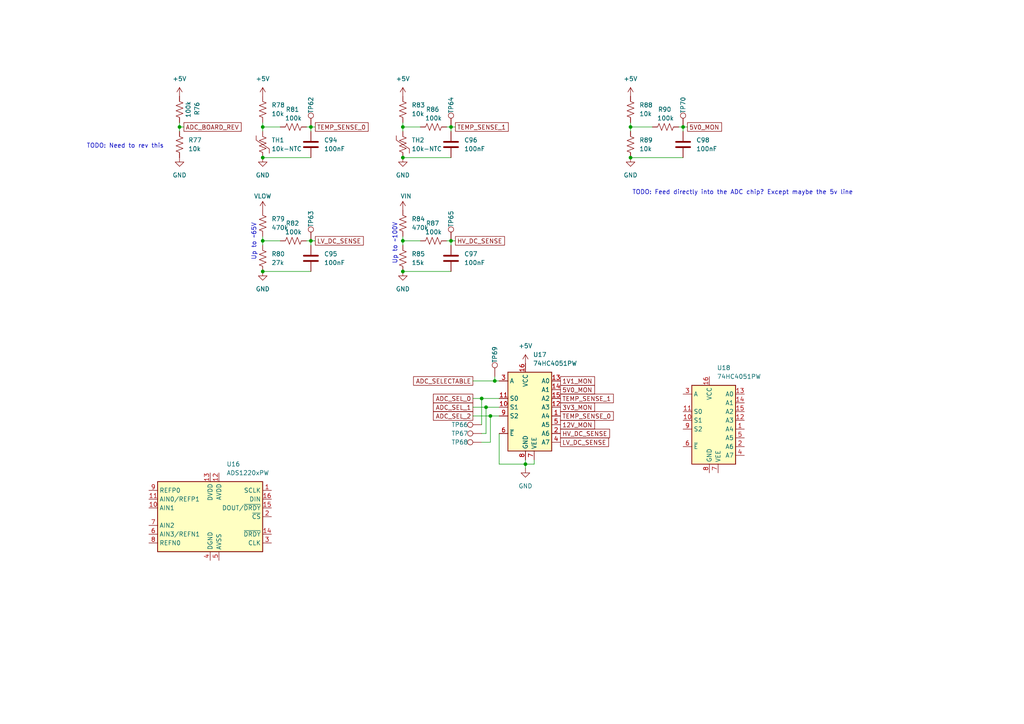
<source format=kicad_sch>
(kicad_sch (version 20250114) (generator "eeschema") (generator_version "9.0")
  (paper "A4")
  (lib_symbols
    (symbol "74xx:74HC4051"
      (property "Reference" "U" (at -5.08 11.43 0))
      (property "Value" "74HC4051" (at -7.62 -13.97 0))
      (symbol "74HC4051_0_1"
        (rectangle (start -5.08 10.16) (end 7.62 -12.7) (stroke (width 0.254)) (fill (type background)))
      )
      (symbol "74HC4051_1_1"
        (pin passive line (at -7.62 7.62 0) (length 2.54) (name "A") (number "3"))
        (pin input line (at -7.62 2.54 0) (length 2.54) (name "S0") (number "11"))
        (pin input line (at -7.62 0 0) (length 2.54) (name "S1") (number "10"))
        (pin input line (at -7.62 -2.54 0) (length 2.54) (name "S2") (number "9"))
        (pin input line (at -7.62 -7.62 0) (length 2.54) (name "~{E}") (number "6"))
        (pin power_in line (at 0 12.7 270) (length 2.54) (name "VCC") (number "16"))
        (pin power_in line (at 0 -15.24 90) (length 2.54) (name "GND") (number "8"))
        (pin power_in line (at 2.54 -15.24 90) (length 2.54) (name "VEE") (number "7"))
        (pin passive line (at 10.16 7.62 180) (length 2.54) (name "A0") (number "13"))
        (pin passive line (at 10.16 5.08 180) (length 2.54) (name "A1") (number "14"))
        (pin passive line (at 10.16 2.54 180) (length 2.54) (name "A2") (number "15"))
        (pin passive line (at 10.16 0 180) (length 2.54) (name "A3") (number "12"))
        (pin passive line (at 10.16 -2.54 180) (length 2.54) (name "A4") (number "1"))
        (pin passive line (at 10.16 -5.08 180) (length 2.54) (name "A5") (number "5"))
        (pin passive line (at 10.16 -7.62 180) (length 2.54) (name "A6") (number "2"))
        (pin passive line (at 10.16 -10.16 180) (length 2.54) (name "A7") (number "4"))
      )
    )
    (symbol "Analog_ADC:ADS1220xPW"
      (property "Reference" "U" (at -15.24 11.43 0))
      (property "Value" "ADS1220xPW" (at 6.35 11.43 0))
      (symbol "ADS1220xPW_0_1"
        (rectangle (start -15.24 10.16) (end 15.24 -10.16) (stroke (width 0.254)) (fill (type background)))
      )
      (symbol "ADS1220xPW_1_1"
        (pin input line (at -17.78 7.62 0) (length 2.54) (name "REFP0") (number "9"))
        (pin input line (at -17.78 5.08 0) (length 2.54) (name "AIN0/REFP1") (number "11"))
        (pin input line (at -17.78 2.54 0) (length 2.54) (name "AIN1") (number "10"))
        (pin input line (at -17.78 -2.54 0) (length 2.54) (name "AIN2") (number "7"))
        (pin input line (at -17.78 -5.08 0) (length 2.54) (name "AIN3/REFN1") (number "6"))
        (pin input line (at -17.78 -7.62 0) (length 2.54) (name "REFN0") (number "8"))
        (pin power_in line (at 0 12.7 270) (length 2.54) (name "DVDD") (number "13"))
        (pin power_in line (at 0 -12.7 90) (length 2.54) (name "DGND") (number "4"))
        (pin power_in line (at 2.54 12.7 270) (length 2.54) (name "AVDD") (number "12"))
        (pin power_in line (at 2.54 -12.7 90) (length 2.54) (name "AVSS") (number "5"))
        (pin input line (at 17.78 7.62 180) (length 2.54) (name "SCLK") (number "1"))
        (pin input line (at 17.78 5.08 180) (length 2.54) (name "DIN") (number "16"))
        (pin output line (at 17.78 2.54 180) (length 2.54) (name "DOUT/~{DRDY}") (number "15"))
        (pin input line (at 17.78 0 180) (length 2.54) (name "~{CS}") (number "2"))
        (pin output line (at 17.78 -5.08 180) (length 2.54) (name "~{DRDY}") (number "14"))
        (pin input line (at 17.78 -7.62 180) (length 2.54) (name "CLK") (number "3"))
      )
    )
    (symbol "Connector:TestPoint" (pin_numbers (hide yes)) (pin_names (offset 0.762) (hide yes))
      (property "Reference" "TP" (at 0 6.858 0))
      (property "Value" "TestPoint" (at 0 5.08 0))
      (symbol "TestPoint_0_1"
        (circle (center 0 3.302) (radius 0.762))
      )
      (symbol "TestPoint_1_1"
        (pin passive line (at 0 0 90) (length 2.54) (name "1") (number "1"))
      )
    )
    (symbol "Device:C" (pin_numbers (hide yes)) (pin_names (offset 0.254))
      (property "Reference" "C" (at 0.635 2.54 0))
      (property "Value" "C" (at 0.635 -2.54 0))
      (symbol "C_0_1"
        (polyline (pts (xy -2.032 0.762) (xy 2.032 0.762)) (stroke (width 0.508)))
        (polyline (pts (xy -2.032 -0.762) (xy 2.032 -0.762)) (stroke (width 0.508)))
      )
      (symbol "C_1_1"
        (pin passive line (at 0 3.81 270) (length 2.794) (name "~") (number "1"))
        (pin passive line (at 0 -3.81 90) (length 2.794) (name "~") (number "2"))
      )
    )
    (symbol "Device:R_US" (pin_numbers (hide yes)) (pin_names (offset 0))
      (property "Reference" "R" (at 2.54 0 90))
      (property "Value" "R_US" (at -2.54 0 90))
      (symbol "R_US_0_1"
        (polyline (pts (xy 0 2.286) (xy 0 2.54)))
        (polyline (pts (xy 0 2.286) (xy 1.016 1.905) (xy 0 1.524) (xy -1.016 1.143) (xy 0 0.762)))
        (polyline (pts (xy 0 0.762) (xy 1.016 0.381) (xy 0 0) (xy -1.016 -0.381) (xy 0 -0.762)))
        (polyline (pts (xy 0 -0.762) (xy 1.016 -1.143) (xy 0 -1.524) (xy -1.016 -1.905) (xy 0 -2.286)))
        (polyline (pts (xy 0 -2.286) (xy 0 -2.54)))
      )
      (symbol "R_US_1_1"
        (pin passive line (at 0 3.81 270) (length 1.27) (name "~") (number "1"))
        (pin passive line (at 0 -3.81 90) (length 1.27) (name "~") (number "2"))
      )
    )
    (symbol "Device:Thermistor_US" (pin_numbers (hide yes)) (pin_names (offset 0))
      (property "Reference" "TH" (at 2.54 1.27 90))
      (property "Value" "Thermistor_US" (at -2.54 0 90))
      (symbol "Thermistor_US_0_1"
        (polyline (pts (xy -1.905 2.54) (xy -1.905 1.27) (xy 1.905 -1.27)))
        (polyline (pts (xy 0 2.286) (xy 0 2.54)))
        (polyline (pts (xy 0 2.286) (xy 1.016 1.905) (xy 0 1.524) (xy -1.016 1.143) (xy 0 0.762)))
        (polyline (pts (xy 0 0.762) (xy 1.016 0.381) (xy 0 0) (xy -1.016 -0.381) (xy 0 -0.762)))
        (polyline (pts (xy 0 -0.762) (xy 1.016 -1.143) (xy 0 -1.524) (xy -1.016 -1.905) (xy 0 -2.286)))
        (polyline (pts (xy 0 -2.286) (xy 0 -2.54)))
        (polyline (pts (xy 1.905 -1.27) (xy 1.905 -2.54)))
      )
      (symbol "Thermistor_US_1_1"
        (pin passive line (at 0 3.81 270) (length 1.27) (name "~") (number "1"))
        (pin passive line (at 0 -3.81 90) (length 1.27) (name "~") (number "2"))
      )
    )
    (symbol "power:+5V" (power) (pin_names (offset 0))
      (property "Value" "+5V" (at 0 3.556 0))
      (symbol "+5V_0_1"
        (polyline (pts (xy -0.762 1.27) (xy 0 2.54)))
        (polyline (pts (xy 0 2.54) (xy 0.762 1.27)))
        (polyline (pts (xy 0 0) (xy 0 2.54)))
      )
      (symbol "+5V_1_1"
        (pin power_in line (at 0 0 90) (length 0) (hide yes) (name "+5V") (number "1"))
      )
    )
    (symbol "power:GND" (power) (pin_names (offset 0))
      (property "Value" "GND" (at 0 -3.81 0))
      (symbol "GND_0_1"
        (polyline (pts (xy 0 0) (xy 0 -1.27) (xy 1.27 -1.27) (xy 0 -2.54) (xy -1.27 -1.27) (xy 0 -1.27)))
      )
      (symbol "GND_1_1"
        (pin power_in line (at 0 0 270) (length 0) (hide yes) (name "GND") (number "1"))
      )
    )
    (symbol "power:VBUS" (power) (pin_names (offset 0))
      (property "Value" "VBUS" (at 0 3.81 0))
      (symbol "VBUS_0_1"
        (polyline (pts (xy -0.762 1.27) (xy 0 2.54)))
        (polyline (pts (xy 0 2.54) (xy 0.762 1.27)))
        (polyline (pts (xy 0 0) (xy 0 2.54)))
      )
      (symbol "VBUS_1_1"
        (pin power_in line (at 0 0 90) (length 0) (hide yes) (name "VBUS") (number "1"))
      )
    )
  )
  (text "Up to ~65V" (at 73.66 70.104 90) (effects (font (size 1.27 1.27))))
  (text "TODO: Need to rev this" (at 36.322 42.418 0) (effects (font (size 1.27 1.27))))
  (text "TODO: Feed directly into the ADC chip? Except maybe the 5v line" (at 215.392 55.88 0) (effects (font (size 1.27 1.27))))
  (text "Up to ~100V" (at 114.554 70.612 90) (effects (font (size 1.27 1.27))))
  (junction (at 52.07 36.83))
  (junction (at 143.51 110.49))
  (junction (at 76.2 36.83))
  (junction (at 76.2 45.72))
  (junction (at 152.4 134.62))
  (junction (at 130.81 69.85))
  (junction (at 182.88 45.72))
  (junction (at 139.7 115.57))
  (junction (at 130.81 36.83))
  (junction (at 140.97 118.11))
  (junction (at 142.24 120.65))
  (junction (at 116.84 78.74))
  (junction (at 76.2 69.85))
  (junction (at 116.84 69.85))
  (junction (at 198.12 36.83))
  (junction (at 116.84 36.83))
  (junction (at 76.2 78.74))
  (junction (at 90.17 36.83))
  (junction (at 116.84 45.72))
  (junction (at 182.88 36.83))
  (junction (at 90.17 69.85))
  (wire (pts (xy 137.16 118.11) (xy 140.97 118.11)))
  (wire (pts (xy 137.16 110.49) (xy 143.51 110.49)))
  (wire (pts (xy 140.97 125.73) (xy 140.97 118.11)))
  (wire (pts (xy 198.12 36.83) (xy 198.12 38.1)))
  (wire (pts (xy 116.84 36.83) (xy 116.84 38.1)))
  (wire (pts (xy 139.7 128.27) (xy 142.24 128.27)))
  (wire (pts (xy 130.81 36.83) (xy 130.81 38.1)))
  (wire (pts (xy 116.84 78.74) (xy 130.81 78.74)))
  (wire (pts (xy 90.17 36.83) (xy 90.17 38.1)))
  (wire (pts (xy 137.16 115.57) (xy 139.7 115.57)))
  (wire (pts (xy 152.4 133.35) (xy 152.4 134.62)))
  (wire (pts (xy 76.2 78.74) (xy 90.17 78.74)))
  (wire (pts (xy 88.9 69.85) (xy 90.17 69.85)))
  (wire (pts (xy 116.84 36.83) (xy 121.92 36.83)))
  (wire (pts (xy 76.2 45.72) (xy 90.17 45.72)))
  (wire (pts (xy 52.07 36.83) (xy 52.07 38.1)))
  (wire (pts (xy 129.54 69.85) (xy 130.81 69.85)))
  (wire (pts (xy 116.84 45.72) (xy 130.81 45.72)))
  (wire (pts (xy 198.12 36.83) (xy 199.39 36.83)))
  (wire (pts (xy 76.2 69.85) (xy 76.2 71.12)))
  (wire (pts (xy 143.51 110.49) (xy 144.78 110.49)))
  (wire (pts (xy 154.94 134.62) (xy 152.4 134.62)))
  (wire (pts (xy 76.2 36.83) (xy 81.28 36.83)))
  (wire (pts (xy 140.97 118.11) (xy 144.78 118.11)))
  (wire (pts (xy 129.54 36.83) (xy 130.81 36.83)))
  (wire (pts (xy 152.4 134.62) (xy 152.4 135.89)))
  (wire (pts (xy 142.24 120.65) (xy 144.78 120.65)))
  (wire (pts (xy 143.51 109.22) (xy 143.51 110.49)))
  (wire (pts (xy 139.7 115.57) (xy 144.78 115.57)))
  (wire (pts (xy 196.85 36.83) (xy 198.12 36.83)))
  (wire (pts (xy 130.81 36.83) (xy 132.08 36.83)))
  (wire (pts (xy 76.2 69.85) (xy 76.2 68.58)))
  (wire (pts (xy 130.81 69.85) (xy 130.81 71.12)))
  (wire (pts (xy 53.34 36.83) (xy 52.07 36.83)))
  (wire (pts (xy 139.7 123.19) (xy 139.7 115.57)))
  (wire (pts (xy 116.84 69.85) (xy 116.84 71.12)))
  (wire (pts (xy 90.17 69.85) (xy 90.17 71.12)))
  (wire (pts (xy 90.17 69.85) (xy 91.44 69.85)))
  (wire (pts (xy 52.07 36.83) (xy 52.07 35.56)))
  (wire (pts (xy 154.94 133.35) (xy 154.94 134.62)))
  (wire (pts (xy 116.84 35.56) (xy 116.84 36.83)))
  (wire (pts (xy 116.84 69.85) (xy 121.92 69.85)))
  (wire (pts (xy 144.78 134.62) (xy 152.4 134.62)))
  (wire (pts (xy 139.7 125.73) (xy 140.97 125.73)))
  (wire (pts (xy 182.88 36.83) (xy 182.88 38.1)))
  (wire (pts (xy 130.81 69.85) (xy 132.08 69.85)))
  (wire (pts (xy 76.2 69.85) (xy 81.28 69.85)))
  (wire (pts (xy 144.78 125.73) (xy 144.78 134.62)))
  (wire (pts (xy 90.17 36.83) (xy 91.44 36.83)))
  (wire (pts (xy 76.2 35.56) (xy 76.2 36.83)))
  (wire (pts (xy 137.16 120.65) (xy 142.24 120.65)))
  (wire (pts (xy 88.9 36.83) (xy 90.17 36.83)))
  (wire (pts (xy 76.2 36.83) (xy 76.2 38.1)))
  (wire (pts (xy 142.24 120.65) (xy 142.24 128.27)))
  (wire (pts (xy 189.23 36.83) (xy 182.88 36.83)))
  (wire (pts (xy 182.88 45.72) (xy 198.12 45.72)))
  (wire (pts (xy 116.84 68.58) (xy 116.84 69.85)))
  (wire (pts (xy 182.88 36.83) (xy 182.88 35.56)))
  (global_label "1V1_MON" (shape passive) (at 162.56 110.49 0) (property "Intersheetrefs" "${INTERSHEET_REFS}" (effects (hide yes))))
  (global_label "TEMP_SENSE_0" (shape passive) (at 91.44 36.83 0) (property "Intersheetrefs" "${INTERSHEET_REFS}" (effects (hide yes))))
  (global_label "TEMP_SENSE_1" (shape passive) (at 132.08 36.83 0) (property "Intersheetrefs" "${INTERSHEET_REFS}" (effects (hide yes))))
  (global_label "HV_DC_SENSE" (shape passive) (at 132.08 69.85 0) (property "Intersheetrefs" "${INTERSHEET_REFS}" (effects (hide yes))))
  (global_label "ADC_SEL_1" (shape passive) (at 137.16 118.11 180) (property "Intersheetrefs" "${INTERSHEET_REFS}" (effects (hide yes))))
  (global_label "HV_DC_SENSE" (shape passive) (at 162.56 125.73 0) (property "Intersheetrefs" "${INTERSHEET_REFS}" (effects (hide yes))))
  (global_label "5V0_MON" (shape passive) (at 162.56 113.03 0) (property "Intersheetrefs" "${INTERSHEET_REFS}" (effects (hide yes))))
  (global_label "3V3_MON" (shape passive) (at 162.56 118.11 0) (property "Intersheetrefs" "${INTERSHEET_REFS}" (effects (hide yes))))
  (global_label "TEMP_SENSE_1" (shape passive) (at 162.56 115.57 0) (property "Intersheetrefs" "${INTERSHEET_REFS}" (effects (hide yes))))
  (global_label "TEMP_SENSE_0" (shape passive) (at 162.56 120.65 0) (property "Intersheetrefs" "${INTERSHEET_REFS}" (effects (hide yes))))
  (global_label "5V0_MON" (shape passive) (at 199.39 36.83 0) (property "Intersheetrefs" "${INTERSHEET_REFS}" (effects (hide yes))))
  (global_label "ADC_SEL_0" (shape passive) (at 137.16 115.57 180) (property "Intersheetrefs" "${INTERSHEET_REFS}" (effects (hide yes))))
  (global_label "ADC_BOARD_REV" (shape passive) (at 53.34 36.83 0) (property "Intersheetrefs" "${INTERSHEET_REFS}" (effects (hide yes))))
  (global_label "ADC_SEL_2" (shape passive) (at 137.16 120.65 180) (property "Intersheetrefs" "${INTERSHEET_REFS}" (effects (hide yes))))
  (global_label "LV_DC_SENSE" (shape passive) (at 162.56 128.27 0) (property "Intersheetrefs" "${INTERSHEET_REFS}" (effects (hide yes))))
  (global_label "12V_MON" (shape passive) (at 162.56 123.19 0) (property "Intersheetrefs" "${INTERSHEET_REFS}" (effects (hide yes))))
  (global_label "ADC_SELECTABLE" (shape passive) (at 137.16 110.49 180) (property "Intersheetrefs" "${INTERSHEET_REFS}" (effects (hide yes))))
  (global_label "LV_DC_SENSE" (shape passive) (at 91.44 69.85 0) (property "Intersheetrefs" "${INTERSHEET_REFS}" (effects (hide yes))))
  (symbol (lib_id "Connector:TestPoint") (at 90.17 36.83 0) (unit 1)
    (property "Reference" "TP62" (at 90.17 30.48 90))
    (property "Value" "TestPoint" (effects (hide yes)))
    (property "Footprint" "TestPoint:TestPoint_Pad_D1.0mm" (effects (hide yes)))
    (property "Description" "test point" (effects (hide yes)))
    (property "LCSC" "N/A" (effects (hide yes)))
  )
  (symbol (lib_id "Connector:TestPoint") (at 139.7 128.27 90) (unit 1)
    (property "Reference" "TP68" (at 133.35 128.27 90))
    (property "Value" "TestPoint" (effects (hide yes)))
    (property "Footprint" "TestPoint:TestPoint_Pad_D1.0mm" (effects (hide yes)))
    (property "Description" "test point" (effects (hide yes)))
    (property "LCSC" "N/A" (effects (hide yes)))
  )
  (symbol (lib_id "Device:R_US") (at 116.84 64.77 180) (unit 1)
    (property "Reference" "R84" (at 119.38 63.4999 0) (effects (justify right)))
    (property "Value" "470k" (at 119.38 66.0399 0) (effects (justify right)))
    (property "Footprint" "Resistor_SMD:R_0805_2012Metric" (effects (hide yes)))
    (property "Description" "Resistor, US symbol" (effects (hide yes)))
    (property "LCSC" "C17709" (effects (hide yes)))
    (property "Digikey" "N/A" (effects (hide yes)))
  )
  (symbol (lib_id "Device:C") (at 130.81 41.91 0) (unit 1)
    (property "Reference" "C96" (at 134.62 40.6399 0) (effects (justify left)))
    (property "Value" "100nF" (at 134.62 43.1799 0) (effects (justify left)))
    (property "Footprint" "Capacitor_SMD:C_0603_1608Metric" (effects (hide yes)))
    (property "Description" "Unpolarized capacitor" (effects (hide yes)))
    (property "LCSC" "C14663" (effects (hide yes)))
    (property "Digikey" "N/A" (effects (hide yes)))
  )
  (symbol (lib_id "power:GND") (at 76.2 78.74 0) (unit 1)
    (property "Reference" "#PWR0162" (effects (hide yes)))
    (property "Value" "GND" (at 76.2 83.82 0))
    (property "Description" "Power symbol creates a global label with name \"GND\" , ground" (effects (hide yes)))
  )
  (symbol (lib_id "Device:R_US") (at 76.2 74.93 180) (unit 1)
    (property "Reference" "R80" (at 78.74 73.6599 0) (effects (justify right)))
    (property "Value" "27k" (at 78.74 76.1999 0) (effects (justify right)))
    (property "Footprint" "Resistor_SMD:R_0603_1608Metric" (effects (hide yes)))
    (property "Description" "Resistor, US symbol" (effects (hide yes)))
    (property "Digikey" "N/A" (effects (hide yes)))
    (property "LCSC" "C22967" (effects (hide yes)))
  )
  (symbol (lib_id "74xx:74HC4051") (at 205.74 121.92 0) (unit 1)
    (property "Reference" "U18" (at 207.9341 106.68 0) (effects (justify left)))
    (property "Value" "74HC4051PW" (at 207.9341 109.22 0) (effects (justify left)))
    (property "Footprint" "Package_SO:TSSOP-16_4.4x5mm_P0.65mm" (effects (hide yes)))
    (property "Datasheet" "http://www.ti.com/lit/ds/symlink/cd74hc4051.pdf" (effects (hide yes)))
    (property "Description" "8-channel analog multiplexer/demultiplexer, DIP-16/SOIC-16/TSSOP-16" (effects (hide yes)))
    (property "Digikey" "1727-3064-1-ND" (effects (hide yes)))
    (property "LCSC" "C19723805" (effects (hide yes)))
  )
  (symbol (lib_id "power:GND") (at 76.2 45.72 0) (unit 1)
    (property "Reference" "#PWR0160" (effects (hide yes)))
    (property "Value" "GND" (at 76.2 50.8 0))
    (property "Description" "Power symbol creates a global label with name \"GND\" , ground" (effects (hide yes)))
  )
  (symbol (lib_id "Device:C") (at 90.17 74.93 0) (unit 1)
    (property "Reference" "C95" (at 93.98 73.6599 0) (effects (justify left)))
    (property "Value" "100nF" (at 93.98 76.1999 0) (effects (justify left)))
    (property "Footprint" "Capacitor_SMD:C_0603_1608Metric" (effects (hide yes)))
    (property "Description" "Unpolarized capacitor" (effects (hide yes)))
    (property "LCSC" "C14663" (effects (hide yes)))
    (property "Digikey" "N/A" (effects (hide yes)))
  )
  (symbol (lib_id "Device:R_US") (at 52.07 31.75 0) (unit 1)
    (property "Reference" "R76" (at 57.15 31.496 90))
    (property "Value" "100k" (at 54.61 31.75 90))
    (property "Footprint" "Resistor_SMD:R_0603_1608Metric" (effects (hide yes)))
    (property "Description" "Resistor, US symbol" (effects (hide yes)))
    (property "LCSC" "C25803" (effects (hide yes)))
    (property "Digikey" "N/A" (effects (hide yes)))
  )
  (symbol (lib_id "power:VBUS") (at 116.84 60.96 0) (unit 1)
    (property "Reference" "#PWR0165" (effects (hide yes)))
    (property "Value" "VIN" (at 119.38 56.896 0) (effects (justify right)))
    (property "Description" "Power symbol creates a global label with name \"VBUS\"" (effects (hide yes)))
  )
  (symbol (lib_id "Device:R_US") (at 125.73 36.83 90) (unit 1)
    (property "Reference" "R86" (at 125.476 31.75 90))
    (property "Value" "100k" (at 125.73 34.29 90))
    (property "Footprint" "Resistor_SMD:R_0603_1608Metric" (effects (hide yes)))
    (property "Description" "Resistor, US symbol" (effects (hide yes)))
    (property "LCSC" "C25803" (effects (hide yes)))
    (property "Digikey" "N/A" (effects (hide yes)))
  )
  (symbol (lib_id "Device:R_US") (at 116.84 31.75 180) (unit 1)
    (property "Reference" "R83" (at 119.38 30.4799 0) (effects (justify right)))
    (property "Value" "10k" (at 119.38 33.0199 0) (effects (justify right)))
    (property "Footprint" "Resistor_SMD:R_0603_1608Metric" (effects (hide yes)))
    (property "Description" "Resistor, US symbol" (effects (hide yes)))
    (property "LCSC" "C25804" (effects (hide yes)))
    (property "Digikey" "N/A" (effects (hide yes)))
  )
  (symbol (lib_id "Device:Thermistor_US") (at 76.2 41.91 0) (unit 1)
    (property "Reference" "TH1" (at 78.74 40.6399 0) (effects (justify left)))
    (property "Value" "10k-NTC" (at 78.74 43.1799 0) (effects (justify left)))
    (property "Footprint" "Resistor_SMD:R_0402_1005Metric_Pad0.72x0.64mm_HandSolder" (effects (hide yes)))
    (property "Description" "Thermistor, temperature dependent resistor, US symbol" (effects (hide yes)))
    (property "Digikey" "445-2550-1-ND" (effects (hide yes)))
    (property "LCSC" "C333993" (effects (hide yes)))
  )
  (symbol (lib_id "Device:R_US") (at 182.88 41.91 180) (unit 1)
    (property "Reference" "R89" (at 185.42 40.6399 0) (effects (justify right)))
    (property "Value" "10k" (at 185.42 43.1799 0) (effects (justify right)))
    (property "Footprint" "Resistor_SMD:R_0603_1608Metric" (effects (hide yes)))
    (property "Description" "Resistor, US symbol" (effects (hide yes)))
    (property "LCSC" "C25804" (effects (hide yes)))
    (property "Digikey" "N/A" (effects (hide yes)))
  )
  (symbol (lib_id "Device:R_US") (at 76.2 31.75 180) (unit 1)
    (property "Reference" "R78" (at 78.74 30.4799 0) (effects (justify right)))
    (property "Value" "10k" (at 78.74 33.0199 0) (effects (justify right)))
    (property "Footprint" "Resistor_SMD:R_0603_1608Metric" (effects (hide yes)))
    (property "Description" "Resistor, US symbol" (effects (hide yes)))
    (property "LCSC" "C25804" (effects (hide yes)))
    (property "Digikey" "N/A" (effects (hide yes)))
  )
  (symbol (lib_id "Connector:TestPoint") (at 130.81 69.85 0) (unit 1)
    (property "Reference" "TP65" (at 130.81 63.5 90))
    (property "Value" "TestPoint" (effects (hide yes)))
    (property "Footprint" "TestPoint:TestPoint_Pad_D1.0mm" (effects (hide yes)))
    (property "Description" "test point" (effects (hide yes)))
    (property "LCSC" "N/A" (effects (hide yes)))
  )
  (symbol (lib_id "Device:R_US") (at 125.73 69.85 90) (unit 1)
    (property "Reference" "R87" (at 125.476 64.77 90))
    (property "Value" "100k" (at 125.73 67.31 90))
    (property "Footprint" "Resistor_SMD:R_0603_1608Metric" (effects (hide yes)))
    (property "Description" "Resistor, US symbol" (effects (hide yes)))
    (property "LCSC" "C25803" (effects (hide yes)))
    (property "Digikey" "N/A" (effects (hide yes)))
  )
  (symbol (lib_id "Connector:TestPoint") (at 90.17 69.85 0) (unit 1)
    (property "Reference" "TP63" (at 90.17 63.5 90))
    (property "Value" "TestPoint" (effects (hide yes)))
    (property "Footprint" "TestPoint:TestPoint_Pad_D1.0mm" (effects (hide yes)))
    (property "Description" "test point" (effects (hide yes)))
    (property "LCSC" "N/A" (effects (hide yes)))
  )
  (symbol (lib_id "74xx:74HC4051") (at 152.4 118.11 0) (unit 1)
    (property "Reference" "U17" (at 154.5941 102.87 0) (effects (justify left)))
    (property "Value" "74HC4051PW" (at 154.5941 105.41 0) (effects (justify left)))
    (property "Footprint" "Package_SO:TSSOP-16_4.4x5mm_P0.65mm" (effects (hide yes)))
    (property "Datasheet" "http://www.ti.com/lit/ds/symlink/cd74hc4051.pdf" (effects (hide yes)))
    (property "Description" "8-channel analog multiplexer/demultiplexer, DIP-16/SOIC-16/TSSOP-16" (effects (hide yes)))
    (property "Digikey" "1727-3064-1-ND" (effects (hide yes)))
    (property "LCSC" "C19723805" (effects (hide yes)))
  )
  (symbol (lib_id "Device:Thermistor_US") (at 116.84 41.91 0) (unit 1)
    (property "Reference" "TH2" (at 119.38 40.6399 0) (effects (justify left)))
    (property "Value" "10k-NTC" (at 119.38 43.1799 0) (effects (justify left)))
    (property "Footprint" "Resistor_SMD:R_0402_1005Metric_Pad0.72x0.64mm_HandSolder" (effects (hide yes)))
    (property "Description" "Thermistor, temperature dependent resistor, US symbol" (effects (hide yes)))
    (property "Digikey" "445-2550-1-ND" (effects (hide yes)))
    (property "LCSC" "C333993" (effects (hide yes)))
  )
  (symbol (lib_id "Device:C") (at 198.12 41.91 0) (unit 1)
    (property "Reference" "C98" (at 201.93 40.6399 0) (effects (justify left)))
    (property "Value" "100nF" (at 201.93 43.1799 0) (effects (justify left)))
    (property "Footprint" "Capacitor_SMD:C_0603_1608Metric" (effects (hide yes)))
    (property "Description" "Unpolarized capacitor" (effects (hide yes)))
    (property "LCSC" "C14663" (effects (hide yes)))
    (property "Digikey" "N/A" (effects (hide yes)))
  )
  (symbol (lib_id "Device:R_US") (at 85.09 36.83 90) (unit 1)
    (property "Reference" "R81" (at 84.836 31.75 90))
    (property "Value" "100k" (at 85.09 34.29 90))
    (property "Footprint" "Resistor_SMD:R_0603_1608Metric" (effects (hide yes)))
    (property "Description" "Resistor, US symbol" (effects (hide yes)))
    (property "LCSC" "C25803" (effects (hide yes)))
    (property "Digikey" "N/A" (effects (hide yes)))
  )
  (symbol (lib_id "Connector:TestPoint") (at 139.7 125.73 90) (unit 1)
    (property "Reference" "TP67" (at 133.35 125.73 90))
    (property "Value" "TestPoint" (effects (hide yes)))
    (property "Footprint" "TestPoint:TestPoint_Pad_D1.0mm" (effects (hide yes)))
    (property "Description" "test point" (effects (hide yes)))
    (property "LCSC" "N/A" (effects (hide yes)))
  )
  (symbol (lib_id "Device:R_US") (at 85.09 69.85 90) (unit 1)
    (property "Reference" "R82" (at 84.836 64.77 90))
    (property "Value" "100k" (at 85.09 67.31 90))
    (property "Footprint" "Resistor_SMD:R_0603_1608Metric" (effects (hide yes)))
    (property "Description" "Resistor, US symbol" (effects (hide yes)))
    (property "LCSC" "C25803" (effects (hide yes)))
    (property "Digikey" "N/A" (effects (hide yes)))
  )
  (symbol (lib_id "Connector:TestPoint") (at 198.12 36.83 0) (unit 1)
    (property "Reference" "TP70" (at 198.12 30.48 90))
    (property "Value" "TestPoint" (effects (hide yes)))
    (property "Footprint" "TestPoint:TestPoint_Pad_D1.0mm" (effects (hide yes)))
    (property "Description" "test point" (effects (hide yes)))
    (property "LCSC" "N/A" (effects (hide yes)))
  )
  (symbol (lib_id "Device:R_US") (at 76.2 64.77 180) (unit 1)
    (property "Reference" "R79" (at 78.74 63.4999 0) (effects (justify right)))
    (property "Value" "470k" (at 78.74 66.0399 0) (effects (justify right)))
    (property "Footprint" "Resistor_SMD:R_0805_2012Metric" (effects (hide yes)))
    (property "Description" "Resistor, US symbol" (effects (hide yes)))
    (property "Digikey" "N/A" (effects (hide yes)))
    (property "LCSC" "C17709" (effects (hide yes)))
  )
  (symbol (lib_id "power:+5V") (at 182.88 27.94 0) (unit 1)
    (property "Reference" "#PWR0169" (effects (hide yes)))
    (property "Value" "+5V" (at 182.88 22.86 0))
    (property "Description" "Power symbol creates a global label with name \"+5V\"" (effects (hide yes)))
  )
  (symbol (lib_id "power:GND") (at 182.88 45.72 0) (unit 1)
    (property "Reference" "#PWR0170" (effects (hide yes)))
    (property "Value" "GND" (at 182.88 50.8 0))
    (property "Description" "Power symbol creates a global label with name \"GND\" , ground" (effects (hide yes)))
  )
  (symbol (lib_id "power:GND") (at 116.84 45.72 0) (unit 1)
    (property "Reference" "#PWR0164" (effects (hide yes)))
    (property "Value" "GND" (at 116.84 50.8 0))
    (property "Description" "Power symbol creates a global label with name \"GND\" , ground" (effects (hide yes)))
  )
  (symbol (lib_id "Analog_ADC:ADS1220xPW") (at 60.96 149.86 0) (unit 1)
    (property "Reference" "U16" (at 65.6941 134.62 0) (effects (justify left)))
    (property "Value" "ADS1220xPW" (at 65.6941 137.16 0) (effects (justify left)))
    (property "Footprint" "Package_SO:TSSOP-16_4.4x5mm_P0.65mm" (effects (hide yes)))
    (property "Datasheet" "http://www.ti.com/lit/ds/symlink/ads1220.pdf" (effects (hide yes)))
    (property "Description" "Low-power, quad-input, 24-bit analog to digital converter, integrated temperature sensor, SPI interface, TSSOP-16 package" (effects (hide yes)))
    (property "LCSC" "C48263" (effects (hide yes)))
  )
  (symbol (lib_id "Connector:TestPoint") (at 139.7 123.19 90) (unit 1)
    (property "Reference" "TP66" (at 133.35 123.19 90))
    (property "Value" "TestPoint" (effects (hide yes)))
    (property "Footprint" "TestPoint:TestPoint_Pad_D1.0mm" (effects (hide yes)))
    (property "Description" "test point" (effects (hide yes)))
    (property "LCSC" "N/A" (effects (hide yes)))
  )
  (symbol (lib_id "Device:C") (at 90.17 41.91 0) (unit 1)
    (property "Reference" "C94" (at 93.98 40.6399 0) (effects (justify left)))
    (property "Value" "100nF" (at 93.98 43.1799 0) (effects (justify left)))
    (property "Footprint" "Capacitor_SMD:C_0603_1608Metric" (effects (hide yes)))
    (property "Description" "Unpolarized capacitor" (effects (hide yes)))
    (property "LCSC" "C14663" (effects (hide yes)))
    (property "Digikey" "N/A" (effects (hide yes)))
  )
  (symbol (lib_id "power:GND") (at 52.07 45.72 0) (unit 1)
    (property "Reference" "#PWR0157" (effects (hide yes)))
    (property "Value" "GND" (at 52.07 50.8 0))
    (property "Description" "Power symbol creates a global label with name \"GND\" , ground" (effects (hide yes)))
  )
  (symbol (lib_id "power:+5V") (at 116.84 27.94 0) (unit 1)
    (property "Reference" "#PWR0163" (effects (hide yes)))
    (property "Value" "+5V" (at 116.84 22.86 0))
    (property "Description" "Power symbol creates a global label with name \"+5V\"" (effects (hide yes)))
  )
  (symbol (lib_id "power:+5V") (at 76.2 27.94 0) (unit 1)
    (property "Reference" "#PWR0159" (effects (hide yes)))
    (property "Value" "+5V" (at 76.2 22.86 0))
    (property "Description" "Power symbol creates a global label with name \"+5V\"" (effects (hide yes)))
  )
  (symbol (lib_id "power:VBUS") (at 76.2 60.96 0) (unit 1)
    (property "Reference" "#PWR0161" (effects (hide yes)))
    (property "Value" "VLOW" (at 78.74 56.896 0) (effects (justify right)))
    (property "Description" "Power symbol creates a global label with name \"VBUS\"" (effects (hide yes)))
  )
  (symbol (lib_id "Device:R_US") (at 193.04 36.83 90) (unit 1)
    (property "Reference" "R90" (at 192.786 31.75 90))
    (property "Value" "100k" (at 193.04 34.29 90))
    (property "Footprint" "Resistor_SMD:R_0603_1608Metric" (effects (hide yes)))
    (property "Description" "Resistor, US symbol" (effects (hide yes)))
    (property "LCSC" "C25803" (effects (hide yes)))
    (property "Digikey" "N/A" (effects (hide yes)))
  )
  (symbol (lib_id "Device:C") (at 130.81 74.93 0) (unit 1)
    (property "Reference" "C97" (at 134.62 73.6599 0) (effects (justify left)))
    (property "Value" "100nF" (at 134.62 76.1999 0) (effects (justify left)))
    (property "Footprint" "Capacitor_SMD:C_0603_1608Metric" (effects (hide yes)))
    (property "Description" "Unpolarized capacitor" (effects (hide yes)))
    (property "LCSC" "C14663" (effects (hide yes)))
    (property "Digikey" "N/A" (effects (hide yes)))
  )
  (symbol (lib_id "power:+5V") (at 52.07 27.94 0) (unit 1)
    (property "Reference" "#PWR068" (effects (hide yes)))
    (property "Value" "+5V" (at 52.07 22.86 0))
    (property "Description" "Power symbol creates a global label with name \"+5V\"" (effects (hide yes)))
  )
  (symbol (lib_id "Device:R_US") (at 52.07 41.91 180) (unit 1)
    (property "Reference" "R77" (at 54.61 40.6399 0) (effects (justify right)))
    (property "Value" "10k" (at 54.61 43.1799 0) (effects (justify right)))
    (property "Footprint" "Resistor_SMD:R_0603_1608Metric" (effects (hide yes)))
    (property "Description" "Resistor, US symbol" (effects (hide yes)))
    (property "LCSC" "C25804" (effects (hide yes)))
    (property "Digikey" "N/A" (effects (hide yes)))
  )
  (symbol (lib_id "Device:R_US") (at 116.84 74.93 180) (unit 1)
    (property "Reference" "R85" (at 119.38 73.6599 0) (effects (justify right)))
    (property "Value" "15k" (at 119.38 76.1999 0) (effects (justify right)))
    (property "Footprint" "Resistor_SMD:R_0603_1608Metric" (effects (hide yes)))
    (property "Description" "Resistor, US symbol" (effects (hide yes)))
    (property "Digikey" "N/A" (effects (hide yes)))
    (property "LCSC" "C22809" (effects (hide yes)))
  )
  (symbol (lib_id "power:+5V") (at 152.4 105.41 0) (unit 1)
    (property "Reference" "#PWR0167" (effects (hide yes)))
    (property "Value" "+5V" (at 152.4 100.33 0))
    (property "Description" "Power symbol creates a global label with name \"+5V\"" (effects (hide yes)))
  )
  (symbol (lib_id "power:GND") (at 116.84 78.74 0) (unit 1)
    (property "Reference" "#PWR0166" (effects (hide yes)))
    (property "Value" "GND" (at 116.84 83.82 0))
    (property "Description" "Power symbol creates a global label with name \"GND\" , ground" (effects (hide yes)))
  )
  (symbol (lib_id "power:GND") (at 152.4 135.89 0) (unit 1)
    (property "Reference" "#PWR0168" (effects (hide yes)))
    (property "Value" "GND" (at 152.4 140.97 0))
    (property "Description" "Power symbol creates a global label with name \"GND\" , ground" (effects (hide yes)))
  )
  (symbol (lib_id "Device:R_US") (at 182.88 31.75 180) (unit 1)
    (property "Reference" "R88" (at 185.42 30.4799 0) (effects (justify right)))
    (property "Value" "10k" (at 185.42 33.0199 0) (effects (justify right)))
    (property "Footprint" "Resistor_SMD:R_0603_1608Metric" (effects (hide yes)))
    (property "Description" "Resistor, US symbol" (effects (hide yes)))
    (property "LCSC" "C25804" (effects (hide yes)))
    (property "Digikey" "N/A" (effects (hide yes)))
  )
  (symbol (lib_id "Connector:TestPoint") (at 143.51 109.22 0) (unit 1)
    (property "Reference" "TP69" (at 143.51 102.87 90))
    (property "Value" "TestPoint" (effects (hide yes)))
    (property "Footprint" "TestPoint:TestPoint_Pad_D1.0mm" (effects (hide yes)))
    (property "Description" "test point" (effects (hide yes)))
    (property "LCSC" "N/A" (effects (hide yes)))
  )
  (symbol (lib_id "Connector:TestPoint") (at 130.81 36.83 0) (unit 1)
    (property "Reference" "TP64" (at 130.81 30.48 90))
    (property "Value" "TestPoint" (effects (hide yes)))
    (property "Footprint" "TestPoint:TestPoint_Pad_D1.0mm" (effects (hide yes)))
    (property "Description" "test point" (effects (hide yes)))
    (property "LCSC" "N/A" (effects (hide yes)))
  )
)
</source>
